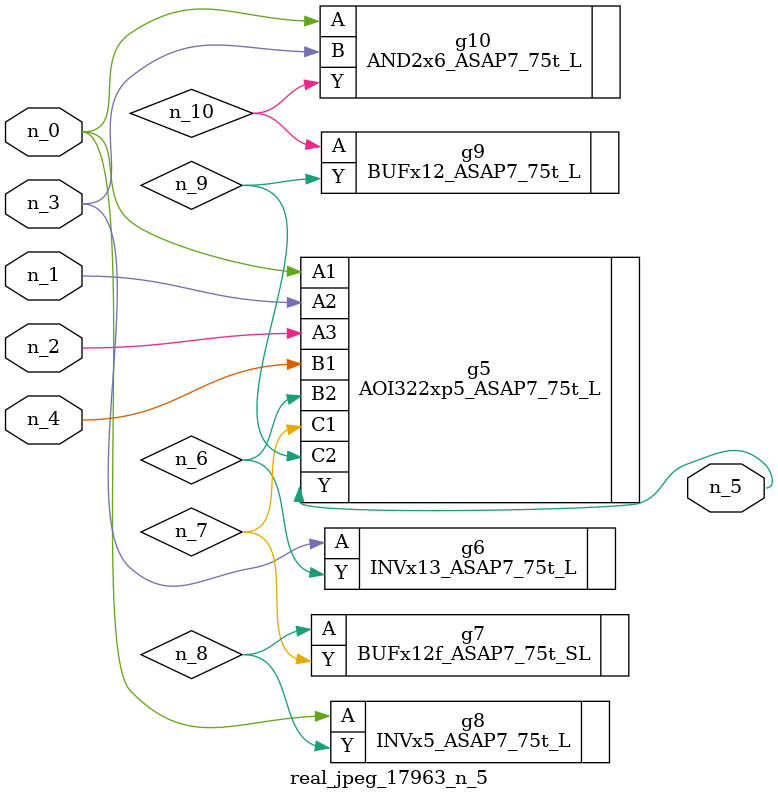
<source format=v>
module real_jpeg_17963_n_5 (n_4, n_0, n_1, n_2, n_3, n_5);

input n_4;
input n_0;
input n_1;
input n_2;
input n_3;

output n_5;

wire n_8;
wire n_6;
wire n_7;
wire n_10;
wire n_9;

AOI322xp5_ASAP7_75t_L g5 ( 
.A1(n_0),
.A2(n_1),
.A3(n_2),
.B1(n_4),
.B2(n_6),
.C1(n_7),
.C2(n_9),
.Y(n_5)
);

INVx5_ASAP7_75t_L g8 ( 
.A(n_0),
.Y(n_8)
);

AND2x6_ASAP7_75t_L g10 ( 
.A(n_0),
.B(n_3),
.Y(n_10)
);

INVx13_ASAP7_75t_L g6 ( 
.A(n_3),
.Y(n_6)
);

BUFx12f_ASAP7_75t_SL g7 ( 
.A(n_8),
.Y(n_7)
);

BUFx12_ASAP7_75t_L g9 ( 
.A(n_10),
.Y(n_9)
);


endmodule
</source>
